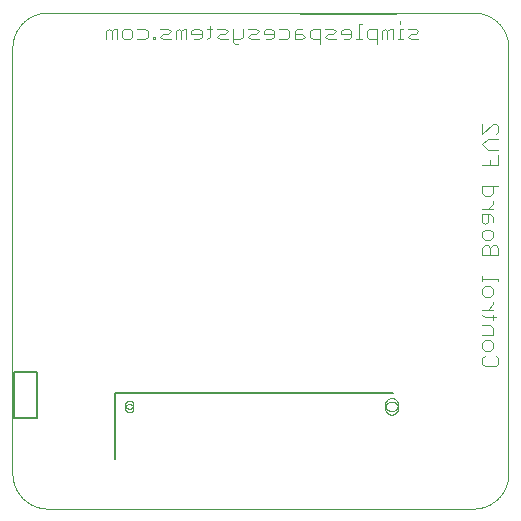
<source format=gbo>
G75*
%MOIN*%
%OFA0B0*%
%FSLAX25Y25*%
%IPPOS*%
%LPD*%
%AMOC8*
5,1,8,0,0,1.08239X$1,22.5*
%
%ADD10C,0.00000*%
%ADD11C,0.00591*%
%ADD12C,0.00400*%
%ADD13C,0.00500*%
D10*
X0014499Y0018636D02*
X0156231Y0018636D01*
X0156516Y0018639D01*
X0156802Y0018650D01*
X0157087Y0018667D01*
X0157371Y0018691D01*
X0157655Y0018722D01*
X0157938Y0018760D01*
X0158219Y0018805D01*
X0158500Y0018856D01*
X0158780Y0018914D01*
X0159058Y0018979D01*
X0159334Y0019051D01*
X0159608Y0019129D01*
X0159881Y0019214D01*
X0160151Y0019306D01*
X0160419Y0019404D01*
X0160685Y0019508D01*
X0160948Y0019619D01*
X0161208Y0019736D01*
X0161466Y0019859D01*
X0161720Y0019989D01*
X0161971Y0020125D01*
X0162219Y0020266D01*
X0162463Y0020414D01*
X0162704Y0020567D01*
X0162940Y0020727D01*
X0163173Y0020892D01*
X0163402Y0021062D01*
X0163627Y0021238D01*
X0163847Y0021420D01*
X0164063Y0021606D01*
X0164274Y0021798D01*
X0164481Y0021995D01*
X0164683Y0022197D01*
X0164880Y0022404D01*
X0165072Y0022615D01*
X0165258Y0022831D01*
X0165440Y0023051D01*
X0165616Y0023276D01*
X0165786Y0023505D01*
X0165951Y0023738D01*
X0166111Y0023974D01*
X0166264Y0024215D01*
X0166412Y0024459D01*
X0166553Y0024707D01*
X0166689Y0024958D01*
X0166819Y0025212D01*
X0166942Y0025470D01*
X0167059Y0025730D01*
X0167170Y0025993D01*
X0167274Y0026259D01*
X0167372Y0026527D01*
X0167464Y0026797D01*
X0167549Y0027070D01*
X0167627Y0027344D01*
X0167699Y0027620D01*
X0167764Y0027898D01*
X0167822Y0028178D01*
X0167873Y0028459D01*
X0167918Y0028740D01*
X0167956Y0029023D01*
X0167987Y0029307D01*
X0168011Y0029591D01*
X0168028Y0029876D01*
X0168039Y0030162D01*
X0168042Y0030447D01*
X0168042Y0172179D01*
X0168039Y0172464D01*
X0168028Y0172750D01*
X0168011Y0173035D01*
X0167987Y0173319D01*
X0167956Y0173603D01*
X0167918Y0173886D01*
X0167873Y0174167D01*
X0167822Y0174448D01*
X0167764Y0174728D01*
X0167699Y0175006D01*
X0167627Y0175282D01*
X0167549Y0175556D01*
X0167464Y0175829D01*
X0167372Y0176099D01*
X0167274Y0176367D01*
X0167170Y0176633D01*
X0167059Y0176896D01*
X0166942Y0177156D01*
X0166819Y0177414D01*
X0166689Y0177668D01*
X0166553Y0177919D01*
X0166412Y0178167D01*
X0166264Y0178411D01*
X0166111Y0178652D01*
X0165951Y0178888D01*
X0165786Y0179121D01*
X0165616Y0179350D01*
X0165440Y0179575D01*
X0165258Y0179795D01*
X0165072Y0180011D01*
X0164880Y0180222D01*
X0164683Y0180429D01*
X0164481Y0180631D01*
X0164274Y0180828D01*
X0164063Y0181020D01*
X0163847Y0181206D01*
X0163627Y0181388D01*
X0163402Y0181564D01*
X0163173Y0181734D01*
X0162940Y0181899D01*
X0162704Y0182059D01*
X0162463Y0182212D01*
X0162219Y0182360D01*
X0161971Y0182501D01*
X0161720Y0182637D01*
X0161466Y0182767D01*
X0161208Y0182890D01*
X0160948Y0183007D01*
X0160685Y0183118D01*
X0160419Y0183222D01*
X0160151Y0183320D01*
X0159881Y0183412D01*
X0159608Y0183497D01*
X0159334Y0183575D01*
X0159058Y0183647D01*
X0158780Y0183712D01*
X0158500Y0183770D01*
X0158219Y0183821D01*
X0157938Y0183866D01*
X0157655Y0183904D01*
X0157371Y0183935D01*
X0157087Y0183959D01*
X0156802Y0183976D01*
X0156516Y0183987D01*
X0156231Y0183990D01*
X0014499Y0183990D01*
X0014214Y0183987D01*
X0013928Y0183976D01*
X0013643Y0183959D01*
X0013359Y0183935D01*
X0013075Y0183904D01*
X0012792Y0183866D01*
X0012511Y0183821D01*
X0012230Y0183770D01*
X0011950Y0183712D01*
X0011672Y0183647D01*
X0011396Y0183575D01*
X0011122Y0183497D01*
X0010849Y0183412D01*
X0010579Y0183320D01*
X0010311Y0183222D01*
X0010045Y0183118D01*
X0009782Y0183007D01*
X0009522Y0182890D01*
X0009264Y0182767D01*
X0009010Y0182637D01*
X0008759Y0182501D01*
X0008511Y0182360D01*
X0008267Y0182212D01*
X0008026Y0182059D01*
X0007790Y0181899D01*
X0007557Y0181734D01*
X0007328Y0181564D01*
X0007103Y0181388D01*
X0006883Y0181206D01*
X0006667Y0181020D01*
X0006456Y0180828D01*
X0006249Y0180631D01*
X0006047Y0180429D01*
X0005850Y0180222D01*
X0005658Y0180011D01*
X0005472Y0179795D01*
X0005290Y0179575D01*
X0005114Y0179350D01*
X0004944Y0179121D01*
X0004779Y0178888D01*
X0004619Y0178652D01*
X0004466Y0178411D01*
X0004318Y0178167D01*
X0004177Y0177919D01*
X0004041Y0177668D01*
X0003911Y0177414D01*
X0003788Y0177156D01*
X0003671Y0176896D01*
X0003560Y0176633D01*
X0003456Y0176367D01*
X0003358Y0176099D01*
X0003266Y0175829D01*
X0003181Y0175556D01*
X0003103Y0175282D01*
X0003031Y0175006D01*
X0002966Y0174728D01*
X0002908Y0174448D01*
X0002857Y0174167D01*
X0002812Y0173886D01*
X0002774Y0173603D01*
X0002743Y0173319D01*
X0002719Y0173035D01*
X0002702Y0172750D01*
X0002691Y0172464D01*
X0002688Y0172179D01*
X0002688Y0030447D01*
X0002691Y0030162D01*
X0002702Y0029876D01*
X0002719Y0029591D01*
X0002743Y0029307D01*
X0002774Y0029023D01*
X0002812Y0028740D01*
X0002857Y0028459D01*
X0002908Y0028178D01*
X0002966Y0027898D01*
X0003031Y0027620D01*
X0003103Y0027344D01*
X0003181Y0027070D01*
X0003266Y0026797D01*
X0003358Y0026527D01*
X0003456Y0026259D01*
X0003560Y0025993D01*
X0003671Y0025730D01*
X0003788Y0025470D01*
X0003911Y0025212D01*
X0004041Y0024958D01*
X0004177Y0024707D01*
X0004318Y0024459D01*
X0004466Y0024215D01*
X0004619Y0023974D01*
X0004779Y0023738D01*
X0004944Y0023505D01*
X0005114Y0023276D01*
X0005290Y0023051D01*
X0005472Y0022831D01*
X0005658Y0022615D01*
X0005850Y0022404D01*
X0006047Y0022197D01*
X0006249Y0021995D01*
X0006456Y0021798D01*
X0006667Y0021606D01*
X0006883Y0021420D01*
X0007103Y0021238D01*
X0007328Y0021062D01*
X0007557Y0020892D01*
X0007790Y0020727D01*
X0008026Y0020567D01*
X0008267Y0020414D01*
X0008511Y0020266D01*
X0008759Y0020125D01*
X0009010Y0019989D01*
X0009264Y0019859D01*
X0009522Y0019736D01*
X0009782Y0019619D01*
X0010045Y0019508D01*
X0010311Y0019404D01*
X0010579Y0019306D01*
X0010849Y0019214D01*
X0011122Y0019129D01*
X0011396Y0019051D01*
X0011672Y0018979D01*
X0011950Y0018914D01*
X0012230Y0018856D01*
X0012511Y0018805D01*
X0012792Y0018760D01*
X0013075Y0018722D01*
X0013359Y0018691D01*
X0013643Y0018667D01*
X0013928Y0018650D01*
X0014214Y0018639D01*
X0014499Y0018636D01*
X0040286Y0052100D02*
X0040288Y0052174D01*
X0040294Y0052248D01*
X0040304Y0052321D01*
X0040318Y0052394D01*
X0040335Y0052466D01*
X0040357Y0052536D01*
X0040382Y0052606D01*
X0040411Y0052674D01*
X0040444Y0052740D01*
X0040480Y0052805D01*
X0040520Y0052867D01*
X0040562Y0052928D01*
X0040608Y0052986D01*
X0040657Y0053041D01*
X0040709Y0053094D01*
X0040764Y0053144D01*
X0040821Y0053190D01*
X0040881Y0053234D01*
X0040943Y0053274D01*
X0041007Y0053311D01*
X0041073Y0053345D01*
X0041141Y0053375D01*
X0041210Y0053401D01*
X0041281Y0053424D01*
X0041352Y0053442D01*
X0041425Y0053457D01*
X0041498Y0053468D01*
X0041572Y0053475D01*
X0041646Y0053478D01*
X0041719Y0053477D01*
X0041793Y0053472D01*
X0041867Y0053463D01*
X0041940Y0053450D01*
X0042012Y0053433D01*
X0042083Y0053413D01*
X0042153Y0053388D01*
X0042221Y0053360D01*
X0042288Y0053329D01*
X0042353Y0053293D01*
X0042416Y0053255D01*
X0042477Y0053213D01*
X0042536Y0053167D01*
X0042592Y0053119D01*
X0042645Y0053068D01*
X0042695Y0053014D01*
X0042743Y0052957D01*
X0042787Y0052898D01*
X0042829Y0052836D01*
X0042867Y0052773D01*
X0042901Y0052707D01*
X0042932Y0052640D01*
X0042959Y0052571D01*
X0042982Y0052501D01*
X0043002Y0052430D01*
X0043018Y0052357D01*
X0043030Y0052284D01*
X0043038Y0052211D01*
X0043042Y0052137D01*
X0043042Y0052063D01*
X0043038Y0051989D01*
X0043030Y0051916D01*
X0043018Y0051843D01*
X0043002Y0051770D01*
X0042982Y0051699D01*
X0042959Y0051629D01*
X0042932Y0051560D01*
X0042901Y0051493D01*
X0042867Y0051427D01*
X0042829Y0051364D01*
X0042787Y0051302D01*
X0042743Y0051243D01*
X0042695Y0051186D01*
X0042645Y0051132D01*
X0042592Y0051081D01*
X0042536Y0051033D01*
X0042477Y0050987D01*
X0042416Y0050945D01*
X0042353Y0050907D01*
X0042288Y0050871D01*
X0042221Y0050840D01*
X0042153Y0050812D01*
X0042083Y0050787D01*
X0042012Y0050767D01*
X0041940Y0050750D01*
X0041867Y0050737D01*
X0041793Y0050728D01*
X0041719Y0050723D01*
X0041646Y0050722D01*
X0041572Y0050725D01*
X0041498Y0050732D01*
X0041425Y0050743D01*
X0041352Y0050758D01*
X0041281Y0050776D01*
X0041210Y0050799D01*
X0041141Y0050825D01*
X0041073Y0050855D01*
X0041007Y0050889D01*
X0040943Y0050926D01*
X0040881Y0050966D01*
X0040821Y0051010D01*
X0040764Y0051056D01*
X0040709Y0051106D01*
X0040657Y0051159D01*
X0040608Y0051214D01*
X0040562Y0051272D01*
X0040520Y0051333D01*
X0040480Y0051395D01*
X0040444Y0051460D01*
X0040411Y0051526D01*
X0040382Y0051594D01*
X0040357Y0051664D01*
X0040335Y0051734D01*
X0040318Y0051806D01*
X0040304Y0051879D01*
X0040294Y0051952D01*
X0040288Y0052026D01*
X0040286Y0052100D01*
X0040286Y0053281D02*
X0040288Y0053355D01*
X0040294Y0053429D01*
X0040304Y0053502D01*
X0040318Y0053575D01*
X0040335Y0053647D01*
X0040357Y0053717D01*
X0040382Y0053787D01*
X0040411Y0053855D01*
X0040444Y0053921D01*
X0040480Y0053986D01*
X0040520Y0054048D01*
X0040562Y0054109D01*
X0040608Y0054167D01*
X0040657Y0054222D01*
X0040709Y0054275D01*
X0040764Y0054325D01*
X0040821Y0054371D01*
X0040881Y0054415D01*
X0040943Y0054455D01*
X0041007Y0054492D01*
X0041073Y0054526D01*
X0041141Y0054556D01*
X0041210Y0054582D01*
X0041281Y0054605D01*
X0041352Y0054623D01*
X0041425Y0054638D01*
X0041498Y0054649D01*
X0041572Y0054656D01*
X0041646Y0054659D01*
X0041719Y0054658D01*
X0041793Y0054653D01*
X0041867Y0054644D01*
X0041940Y0054631D01*
X0042012Y0054614D01*
X0042083Y0054594D01*
X0042153Y0054569D01*
X0042221Y0054541D01*
X0042288Y0054510D01*
X0042353Y0054474D01*
X0042416Y0054436D01*
X0042477Y0054394D01*
X0042536Y0054348D01*
X0042592Y0054300D01*
X0042645Y0054249D01*
X0042695Y0054195D01*
X0042743Y0054138D01*
X0042787Y0054079D01*
X0042829Y0054017D01*
X0042867Y0053954D01*
X0042901Y0053888D01*
X0042932Y0053821D01*
X0042959Y0053752D01*
X0042982Y0053682D01*
X0043002Y0053611D01*
X0043018Y0053538D01*
X0043030Y0053465D01*
X0043038Y0053392D01*
X0043042Y0053318D01*
X0043042Y0053244D01*
X0043038Y0053170D01*
X0043030Y0053097D01*
X0043018Y0053024D01*
X0043002Y0052951D01*
X0042982Y0052880D01*
X0042959Y0052810D01*
X0042932Y0052741D01*
X0042901Y0052674D01*
X0042867Y0052608D01*
X0042829Y0052545D01*
X0042787Y0052483D01*
X0042743Y0052424D01*
X0042695Y0052367D01*
X0042645Y0052313D01*
X0042592Y0052262D01*
X0042536Y0052214D01*
X0042477Y0052168D01*
X0042416Y0052126D01*
X0042353Y0052088D01*
X0042288Y0052052D01*
X0042221Y0052021D01*
X0042153Y0051993D01*
X0042083Y0051968D01*
X0042012Y0051948D01*
X0041940Y0051931D01*
X0041867Y0051918D01*
X0041793Y0051909D01*
X0041719Y0051904D01*
X0041646Y0051903D01*
X0041572Y0051906D01*
X0041498Y0051913D01*
X0041425Y0051924D01*
X0041352Y0051939D01*
X0041281Y0051957D01*
X0041210Y0051980D01*
X0041141Y0052006D01*
X0041073Y0052036D01*
X0041007Y0052070D01*
X0040943Y0052107D01*
X0040881Y0052147D01*
X0040821Y0052191D01*
X0040764Y0052237D01*
X0040709Y0052287D01*
X0040657Y0052340D01*
X0040608Y0052395D01*
X0040562Y0052453D01*
X0040520Y0052514D01*
X0040480Y0052576D01*
X0040444Y0052641D01*
X0040411Y0052707D01*
X0040382Y0052775D01*
X0040357Y0052845D01*
X0040335Y0052915D01*
X0040318Y0052987D01*
X0040304Y0053060D01*
X0040294Y0053133D01*
X0040288Y0053207D01*
X0040286Y0053281D01*
X0126901Y0053281D02*
X0126903Y0053374D01*
X0126909Y0053466D01*
X0126919Y0053558D01*
X0126933Y0053649D01*
X0126950Y0053740D01*
X0126972Y0053830D01*
X0126997Y0053919D01*
X0127026Y0054007D01*
X0127059Y0054093D01*
X0127096Y0054178D01*
X0127136Y0054262D01*
X0127180Y0054343D01*
X0127227Y0054423D01*
X0127277Y0054501D01*
X0127331Y0054576D01*
X0127388Y0054649D01*
X0127448Y0054719D01*
X0127511Y0054787D01*
X0127577Y0054852D01*
X0127645Y0054914D01*
X0127716Y0054974D01*
X0127790Y0055030D01*
X0127866Y0055083D01*
X0127944Y0055132D01*
X0128024Y0055179D01*
X0128106Y0055221D01*
X0128190Y0055261D01*
X0128275Y0055296D01*
X0128362Y0055328D01*
X0128450Y0055357D01*
X0128539Y0055381D01*
X0128629Y0055402D01*
X0128720Y0055418D01*
X0128812Y0055431D01*
X0128904Y0055440D01*
X0128997Y0055445D01*
X0129089Y0055446D01*
X0129182Y0055443D01*
X0129274Y0055436D01*
X0129366Y0055425D01*
X0129457Y0055410D01*
X0129548Y0055392D01*
X0129638Y0055369D01*
X0129726Y0055343D01*
X0129814Y0055313D01*
X0129900Y0055279D01*
X0129984Y0055242D01*
X0130067Y0055200D01*
X0130148Y0055156D01*
X0130228Y0055108D01*
X0130305Y0055057D01*
X0130379Y0055002D01*
X0130452Y0054944D01*
X0130522Y0054884D01*
X0130589Y0054820D01*
X0130653Y0054754D01*
X0130715Y0054684D01*
X0130773Y0054613D01*
X0130828Y0054539D01*
X0130880Y0054462D01*
X0130929Y0054383D01*
X0130975Y0054303D01*
X0131017Y0054220D01*
X0131055Y0054136D01*
X0131090Y0054050D01*
X0131121Y0053963D01*
X0131148Y0053875D01*
X0131171Y0053785D01*
X0131191Y0053695D01*
X0131207Y0053604D01*
X0131219Y0053512D01*
X0131227Y0053420D01*
X0131231Y0053327D01*
X0131231Y0053235D01*
X0131227Y0053142D01*
X0131219Y0053050D01*
X0131207Y0052958D01*
X0131191Y0052867D01*
X0131171Y0052777D01*
X0131148Y0052687D01*
X0131121Y0052599D01*
X0131090Y0052512D01*
X0131055Y0052426D01*
X0131017Y0052342D01*
X0130975Y0052259D01*
X0130929Y0052179D01*
X0130880Y0052100D01*
X0130828Y0052023D01*
X0130773Y0051949D01*
X0130715Y0051878D01*
X0130653Y0051808D01*
X0130589Y0051742D01*
X0130522Y0051678D01*
X0130452Y0051618D01*
X0130379Y0051560D01*
X0130305Y0051505D01*
X0130228Y0051454D01*
X0130149Y0051406D01*
X0130067Y0051362D01*
X0129984Y0051320D01*
X0129900Y0051283D01*
X0129814Y0051249D01*
X0129726Y0051219D01*
X0129638Y0051193D01*
X0129548Y0051170D01*
X0129457Y0051152D01*
X0129366Y0051137D01*
X0129274Y0051126D01*
X0129182Y0051119D01*
X0129089Y0051116D01*
X0128997Y0051117D01*
X0128904Y0051122D01*
X0128812Y0051131D01*
X0128720Y0051144D01*
X0128629Y0051160D01*
X0128539Y0051181D01*
X0128450Y0051205D01*
X0128362Y0051234D01*
X0128275Y0051266D01*
X0128190Y0051301D01*
X0128106Y0051341D01*
X0128024Y0051383D01*
X0127944Y0051430D01*
X0127866Y0051479D01*
X0127790Y0051532D01*
X0127716Y0051588D01*
X0127645Y0051648D01*
X0127577Y0051710D01*
X0127511Y0051775D01*
X0127448Y0051843D01*
X0127388Y0051913D01*
X0127331Y0051986D01*
X0127277Y0052061D01*
X0127227Y0052139D01*
X0127180Y0052219D01*
X0127136Y0052300D01*
X0127096Y0052384D01*
X0127059Y0052469D01*
X0127026Y0052555D01*
X0126997Y0052643D01*
X0126972Y0052732D01*
X0126950Y0052822D01*
X0126933Y0052913D01*
X0126919Y0053004D01*
X0126909Y0053096D01*
X0126903Y0053188D01*
X0126901Y0053281D01*
X0126901Y0052100D02*
X0126903Y0052193D01*
X0126909Y0052285D01*
X0126919Y0052377D01*
X0126933Y0052468D01*
X0126950Y0052559D01*
X0126972Y0052649D01*
X0126997Y0052738D01*
X0127026Y0052826D01*
X0127059Y0052912D01*
X0127096Y0052997D01*
X0127136Y0053081D01*
X0127180Y0053162D01*
X0127227Y0053242D01*
X0127277Y0053320D01*
X0127331Y0053395D01*
X0127388Y0053468D01*
X0127448Y0053538D01*
X0127511Y0053606D01*
X0127577Y0053671D01*
X0127645Y0053733D01*
X0127716Y0053793D01*
X0127790Y0053849D01*
X0127866Y0053902D01*
X0127944Y0053951D01*
X0128024Y0053998D01*
X0128106Y0054040D01*
X0128190Y0054080D01*
X0128275Y0054115D01*
X0128362Y0054147D01*
X0128450Y0054176D01*
X0128539Y0054200D01*
X0128629Y0054221D01*
X0128720Y0054237D01*
X0128812Y0054250D01*
X0128904Y0054259D01*
X0128997Y0054264D01*
X0129089Y0054265D01*
X0129182Y0054262D01*
X0129274Y0054255D01*
X0129366Y0054244D01*
X0129457Y0054229D01*
X0129548Y0054211D01*
X0129638Y0054188D01*
X0129726Y0054162D01*
X0129814Y0054132D01*
X0129900Y0054098D01*
X0129984Y0054061D01*
X0130067Y0054019D01*
X0130148Y0053975D01*
X0130228Y0053927D01*
X0130305Y0053876D01*
X0130379Y0053821D01*
X0130452Y0053763D01*
X0130522Y0053703D01*
X0130589Y0053639D01*
X0130653Y0053573D01*
X0130715Y0053503D01*
X0130773Y0053432D01*
X0130828Y0053358D01*
X0130880Y0053281D01*
X0130929Y0053202D01*
X0130975Y0053122D01*
X0131017Y0053039D01*
X0131055Y0052955D01*
X0131090Y0052869D01*
X0131121Y0052782D01*
X0131148Y0052694D01*
X0131171Y0052604D01*
X0131191Y0052514D01*
X0131207Y0052423D01*
X0131219Y0052331D01*
X0131227Y0052239D01*
X0131231Y0052146D01*
X0131231Y0052054D01*
X0131227Y0051961D01*
X0131219Y0051869D01*
X0131207Y0051777D01*
X0131191Y0051686D01*
X0131171Y0051596D01*
X0131148Y0051506D01*
X0131121Y0051418D01*
X0131090Y0051331D01*
X0131055Y0051245D01*
X0131017Y0051161D01*
X0130975Y0051078D01*
X0130929Y0050998D01*
X0130880Y0050919D01*
X0130828Y0050842D01*
X0130773Y0050768D01*
X0130715Y0050697D01*
X0130653Y0050627D01*
X0130589Y0050561D01*
X0130522Y0050497D01*
X0130452Y0050437D01*
X0130379Y0050379D01*
X0130305Y0050324D01*
X0130228Y0050273D01*
X0130149Y0050225D01*
X0130067Y0050181D01*
X0129984Y0050139D01*
X0129900Y0050102D01*
X0129814Y0050068D01*
X0129726Y0050038D01*
X0129638Y0050012D01*
X0129548Y0049989D01*
X0129457Y0049971D01*
X0129366Y0049956D01*
X0129274Y0049945D01*
X0129182Y0049938D01*
X0129089Y0049935D01*
X0128997Y0049936D01*
X0128904Y0049941D01*
X0128812Y0049950D01*
X0128720Y0049963D01*
X0128629Y0049979D01*
X0128539Y0050000D01*
X0128450Y0050024D01*
X0128362Y0050053D01*
X0128275Y0050085D01*
X0128190Y0050120D01*
X0128106Y0050160D01*
X0128024Y0050202D01*
X0127944Y0050249D01*
X0127866Y0050298D01*
X0127790Y0050351D01*
X0127716Y0050407D01*
X0127645Y0050467D01*
X0127577Y0050529D01*
X0127511Y0050594D01*
X0127448Y0050662D01*
X0127388Y0050732D01*
X0127331Y0050805D01*
X0127277Y0050880D01*
X0127227Y0050958D01*
X0127180Y0051038D01*
X0127136Y0051119D01*
X0127096Y0051203D01*
X0127059Y0051288D01*
X0127026Y0051374D01*
X0126997Y0051462D01*
X0126972Y0051551D01*
X0126950Y0051641D01*
X0126933Y0051732D01*
X0126919Y0051823D01*
X0126909Y0051915D01*
X0126903Y0052007D01*
X0126901Y0052100D01*
D11*
X0129459Y0057219D02*
X0036940Y0057219D01*
X0036940Y0035171D01*
X0010956Y0048951D02*
X0003278Y0048951D01*
X0003278Y0064305D01*
X0010956Y0064305D01*
X0010956Y0048951D01*
D12*
X0076977Y0173356D02*
X0076109Y0174224D01*
X0076109Y0178561D01*
X0074423Y0177693D02*
X0073555Y0178561D01*
X0070953Y0178561D01*
X0069266Y0178561D02*
X0067531Y0178561D01*
X0068399Y0179428D02*
X0068399Y0175958D01*
X0067531Y0175091D01*
X0065829Y0175958D02*
X0065829Y0177693D01*
X0064961Y0178561D01*
X0063226Y0178561D01*
X0062359Y0177693D01*
X0062359Y0176826D01*
X0065829Y0176826D01*
X0065829Y0175958D02*
X0064961Y0175091D01*
X0063226Y0175091D01*
X0060672Y0175091D02*
X0060672Y0178561D01*
X0059805Y0178561D01*
X0058937Y0177693D01*
X0058070Y0178561D01*
X0057203Y0177693D01*
X0057203Y0175091D01*
X0055516Y0175091D02*
X0052914Y0175091D01*
X0052046Y0175958D01*
X0052914Y0176826D01*
X0054648Y0176826D01*
X0055516Y0177693D01*
X0054648Y0178561D01*
X0052046Y0178561D01*
X0050359Y0175958D02*
X0049492Y0175958D01*
X0049492Y0175091D01*
X0050359Y0175091D01*
X0050359Y0175958D01*
X0047781Y0175958D02*
X0047781Y0177693D01*
X0046914Y0178561D01*
X0044312Y0178561D01*
X0042625Y0177693D02*
X0042625Y0175958D01*
X0041757Y0175091D01*
X0040023Y0175091D01*
X0039155Y0175958D01*
X0039155Y0177693D01*
X0040023Y0178561D01*
X0041757Y0178561D01*
X0042625Y0177693D01*
X0044312Y0175091D02*
X0046914Y0175091D01*
X0047781Y0175958D01*
X0037468Y0175091D02*
X0037468Y0178561D01*
X0036601Y0178561D01*
X0035734Y0177693D01*
X0034866Y0178561D01*
X0033999Y0177693D01*
X0033999Y0175091D01*
X0035734Y0175091D02*
X0035734Y0177693D01*
X0058937Y0177693D02*
X0058937Y0175091D01*
X0070953Y0175958D02*
X0071820Y0176826D01*
X0073555Y0176826D01*
X0074423Y0177693D01*
X0074423Y0175091D02*
X0071820Y0175091D01*
X0070953Y0175958D01*
X0076109Y0175091D02*
X0078712Y0175091D01*
X0079579Y0175958D01*
X0079579Y0178561D01*
X0081266Y0178561D02*
X0083868Y0178561D01*
X0084735Y0177693D01*
X0083868Y0176826D01*
X0082133Y0176826D01*
X0081266Y0175958D01*
X0082133Y0175091D01*
X0084735Y0175091D01*
X0086422Y0176826D02*
X0089892Y0176826D01*
X0089892Y0177693D02*
X0089024Y0178561D01*
X0087290Y0178561D01*
X0086422Y0177693D01*
X0086422Y0176826D01*
X0087290Y0175091D02*
X0089024Y0175091D01*
X0089892Y0175958D01*
X0089892Y0177693D01*
X0091579Y0178561D02*
X0094181Y0178561D01*
X0095048Y0177693D01*
X0095048Y0175958D01*
X0094181Y0175091D01*
X0091579Y0175091D01*
X0096735Y0175091D02*
X0099337Y0175091D01*
X0100205Y0175958D01*
X0099337Y0176826D01*
X0096735Y0176826D01*
X0096735Y0177693D02*
X0096735Y0175091D01*
X0096735Y0177693D02*
X0097602Y0178561D01*
X0099337Y0178561D01*
X0101891Y0177693D02*
X0101891Y0175958D01*
X0102759Y0175091D01*
X0105361Y0175091D01*
X0105361Y0173356D02*
X0105361Y0178561D01*
X0102759Y0178561D01*
X0101891Y0177693D01*
X0107048Y0178561D02*
X0109650Y0178561D01*
X0110517Y0177693D01*
X0109650Y0176826D01*
X0107915Y0176826D01*
X0107048Y0175958D01*
X0107915Y0175091D01*
X0110517Y0175091D01*
X0112204Y0176826D02*
X0115674Y0176826D01*
X0115674Y0177693D02*
X0114806Y0178561D01*
X0113072Y0178561D01*
X0112204Y0177693D01*
X0112204Y0176826D01*
X0113072Y0175091D02*
X0114806Y0175091D01*
X0115674Y0175958D01*
X0115674Y0177693D01*
X0117377Y0175091D02*
X0119111Y0175091D01*
X0118244Y0175091D02*
X0118244Y0180295D01*
X0119111Y0180295D01*
X0121666Y0178561D02*
X0120798Y0177693D01*
X0120798Y0175958D01*
X0121666Y0175091D01*
X0124268Y0175091D01*
X0125955Y0175091D02*
X0125955Y0177693D01*
X0126822Y0178561D01*
X0127689Y0177693D01*
X0127689Y0175091D01*
X0129424Y0175091D02*
X0129424Y0178561D01*
X0128557Y0178561D01*
X0127689Y0177693D01*
X0124268Y0178561D02*
X0124268Y0173356D01*
X0124268Y0178561D02*
X0121666Y0178561D01*
X0131127Y0175091D02*
X0132862Y0175091D01*
X0131994Y0175091D02*
X0131994Y0178561D01*
X0132862Y0178561D01*
X0134548Y0178561D02*
X0137151Y0178561D01*
X0138018Y0177693D01*
X0137151Y0176826D01*
X0135416Y0176826D01*
X0134548Y0175958D01*
X0135416Y0175091D01*
X0138018Y0175091D01*
X0131994Y0180295D02*
X0131994Y0181163D01*
X0159384Y0146896D02*
X0159384Y0143426D01*
X0162853Y0146896D01*
X0163721Y0146896D01*
X0164588Y0146028D01*
X0164588Y0144293D01*
X0163721Y0143426D01*
X0164588Y0141739D02*
X0161119Y0141739D01*
X0159384Y0140004D01*
X0161119Y0138269D01*
X0164588Y0138269D01*
X0164588Y0136583D02*
X0164588Y0133113D01*
X0159384Y0133113D01*
X0161986Y0133113D02*
X0161986Y0134848D01*
X0162853Y0126270D02*
X0162853Y0123668D01*
X0161986Y0122800D01*
X0160251Y0122800D01*
X0159384Y0123668D01*
X0159384Y0126270D01*
X0164588Y0126270D01*
X0162853Y0121106D02*
X0162853Y0120238D01*
X0161119Y0118503D01*
X0161119Y0116817D02*
X0161119Y0114214D01*
X0160251Y0113347D01*
X0159384Y0114214D01*
X0159384Y0116817D01*
X0161986Y0116817D01*
X0162853Y0115949D01*
X0162853Y0114214D01*
X0161986Y0111660D02*
X0160251Y0111660D01*
X0159384Y0110793D01*
X0159384Y0109058D01*
X0160251Y0108191D01*
X0161986Y0108191D01*
X0162853Y0109058D01*
X0162853Y0110793D01*
X0161986Y0111660D01*
X0161119Y0106504D02*
X0160251Y0106504D01*
X0159384Y0105636D01*
X0159384Y0103034D01*
X0164588Y0103034D01*
X0164588Y0105636D01*
X0163721Y0106504D01*
X0162853Y0106504D01*
X0161986Y0105636D01*
X0161986Y0103034D01*
X0161986Y0105636D02*
X0161119Y0106504D01*
X0159384Y0096175D02*
X0159384Y0094440D01*
X0159384Y0095308D02*
X0164588Y0095308D01*
X0164588Y0094440D01*
X0162853Y0091886D02*
X0162853Y0090151D01*
X0161986Y0089284D01*
X0160251Y0089284D01*
X0159384Y0090151D01*
X0159384Y0091886D01*
X0160251Y0092753D01*
X0161986Y0092753D01*
X0162853Y0091886D01*
X0162853Y0087589D02*
X0162853Y0086722D01*
X0161119Y0084987D01*
X0162853Y0084987D02*
X0159384Y0084987D01*
X0159384Y0083284D02*
X0160251Y0082417D01*
X0163721Y0082417D01*
X0162853Y0083284D02*
X0162853Y0081549D01*
X0161986Y0079862D02*
X0159384Y0079862D01*
X0159384Y0076393D02*
X0162853Y0076393D01*
X0162853Y0078995D01*
X0161986Y0079862D01*
X0161986Y0074706D02*
X0160251Y0074706D01*
X0159384Y0073839D01*
X0159384Y0072104D01*
X0160251Y0071236D01*
X0161986Y0071236D01*
X0162853Y0072104D01*
X0162853Y0073839D01*
X0161986Y0074706D01*
X0160251Y0069550D02*
X0159384Y0068682D01*
X0159384Y0066947D01*
X0160251Y0066080D01*
X0163721Y0066080D01*
X0164588Y0066947D01*
X0164588Y0068682D01*
X0163721Y0069550D01*
X0162853Y0118503D02*
X0159384Y0118503D01*
X0077844Y0173356D02*
X0076977Y0173356D01*
D13*
X0098948Y0183596D02*
X0130444Y0183596D01*
M02*

</source>
